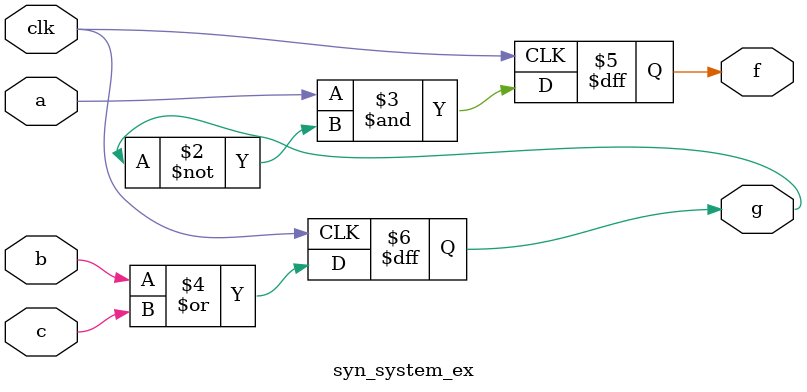
<source format=v>
`timescale 1ns / 1ps

// Define every block in different always block
module syn_system_ex(
input a,b,c,
input clk,
//output f,g
output reg f,g
    );
/*    
reg f_next, f_reg, g_next, g_reg;

// register/memory element
always @(posedge clk)
begin
  f_reg <= f_next; 
  g_reg <= g_next;  
end

// Next state logic (combinational)
always @(*)
begin
   f_next = a & ~g_reg;
   g_next = b|c; 
end

//output logic
assign f = f_reg;
assign g = g_reg;
*/

// A concise way of writing the above code
reg ag,bc;
always @(posedge clk)
begin
    ag = a & ~g; 
    f <= ag;
    
    bc = b|c;
    g <= bc;
end
// We got 2 extra registers 
// WHY??
// bc we used non - blocking assignment 
// it created extra register to store values of ag & bc that is to be assigned later.
// so use blocking assn for combinational ckt.
endmodule

</source>
